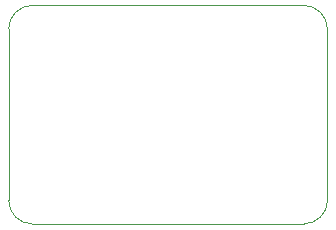
<source format=gm1>
%TF.GenerationSoftware,KiCad,Pcbnew,6.0.9+dfsg-1*%
%TF.CreationDate,2022-12-26T23:17:41+00:00*%
%TF.ProjectId,PMOD-USB-Device,504d4f44-2d55-4534-922d-446576696365,1*%
%TF.SameCoordinates,Original*%
%TF.FileFunction,Profile,NP*%
%FSLAX46Y46*%
G04 Gerber Fmt 4.6, Leading zero omitted, Abs format (unit mm)*
G04 Created by KiCad (PCBNEW 6.0.9+dfsg-1) date 2022-12-26 23:17:41*
%MOMM*%
%LPD*%
G01*
G04 APERTURE LIST*
%TA.AperFunction,Profile*%
%ADD10C,0.100000*%
%TD*%
G04 APERTURE END LIST*
D10*
X103000000Y-81500000D02*
X80000000Y-81500000D01*
X80000000Y-100000000D02*
X103000000Y-100000000D01*
X80000000Y-81500000D02*
G75*
G03*
X78000000Y-83500000I0J-2000000D01*
G01*
X78000000Y-83500000D02*
X78000000Y-98000000D01*
X105000000Y-98000000D02*
X105000000Y-83500000D01*
X78000000Y-98000000D02*
G75*
G03*
X80000000Y-100000000I2000000J0D01*
G01*
X105000000Y-83500000D02*
G75*
G03*
X103000000Y-81500000I-2000000J0D01*
G01*
X103000000Y-100000000D02*
G75*
G03*
X105000000Y-98000000I0J2000000D01*
G01*
M02*

</source>
